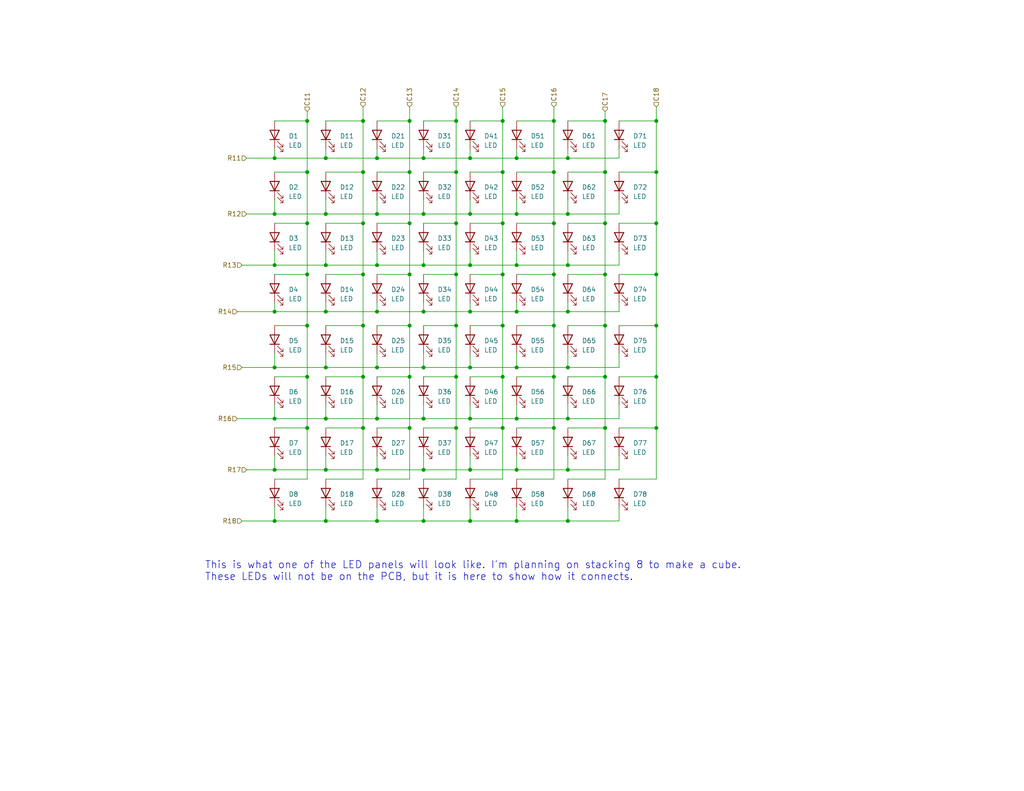
<source format=kicad_sch>
(kicad_sch (version 20211123) (generator eeschema)
  (paper "USLetter")
  (title_block (title "RGB LED Lights") (date "2024-01-11") (rev "B01") (comment 1 "Riya Gupta"))
  (lib_symbols
    (symbol "Device:LED" (pin_numbers hide) (pin_names (offset 1.016) hide)
      (property "Reference" "D" (at 0 2.54 0))
      (property "Value" "LED" (at 0 -2.54 0))
      (symbol "LED_0_1"
        (polyline (pts (xy -1.27 -1.27) (xy -1.27 1.27)) (stroke (width 0.254)))
        (polyline (pts (xy -1.27 0) (xy 1.27 0)))
        (polyline (pts (xy 1.27 -1.27) (xy 1.27 1.27) (xy -1.27 0) (xy 1.27 -1.27)) (stroke (width 0.254)))
        (polyline (pts (xy -3.048 -0.762) (xy -4.572 -2.286) (xy -3.81 -2.286) (xy -4.572 -2.286) (xy -4.572 -1.524)))
        (polyline (pts (xy -1.778 -0.762) (xy -3.302 -2.286) (xy -2.54 -2.286) (xy -3.302 -2.286) (xy -3.302 -1.524)))
      )
      (symbol "LED_1_1"
        (pin passive line (at -3.81 0 0) (length 2.54) (name "K") (number "1"))
        (pin passive line (at 3.81 0 180) (length 2.54) (name "A") (number "2"))
      )
    )
  )
  (junction (at 151.13 102.87))
  (junction (at 137.16 60.96))
  (junction (at 74.93 114.3))
  (junction (at 151.13 33.02))
  (junction (at 154.94 72.39))
  (junction (at 179.07 74.93))
  (junction (at 74.93 72.39))
  (junction (at 154.94 114.3))
  (junction (at 179.07 102.87))
  (junction (at 111.76 116.84))
  (junction (at 102.87 85.09))
  (junction (at 115.57 128.27))
  (junction (at 115.57 100.33))
  (junction (at 165.1 116.84))
  (junction (at 165.1 88.9))
  (junction (at 137.16 116.84))
  (junction (at 99.06 74.93))
  (junction (at 88.9 128.27))
  (junction (at 115.57 85.09))
  (junction (at 151.13 88.9))
  (junction (at 99.06 102.87))
  (junction (at 83.82 60.96))
  (junction (at 151.13 46.99))
  (junction (at 74.93 100.33))
  (junction (at 99.06 60.96))
  (junction (at 83.82 33.02))
  (junction (at 88.9 58.42))
  (junction (at 74.93 142.24))
  (junction (at 140.97 43.18))
  (junction (at 140.97 72.39))
  (junction (at 99.06 46.99))
  (junction (at 124.46 46.99))
  (junction (at 128.27 72.39))
  (junction (at 115.57 72.39))
  (junction (at 140.97 58.42))
  (junction (at 154.94 142.24))
  (junction (at 124.46 33.02))
  (junction (at 74.93 58.42))
  (junction (at 102.87 114.3))
  (junction (at 165.1 102.87))
  (junction (at 102.87 58.42))
  (junction (at 83.82 74.93))
  (junction (at 83.82 46.99))
  (junction (at 102.87 43.18))
  (junction (at 151.13 116.84))
  (junction (at 88.9 100.33))
  (junction (at 111.76 74.93))
  (junction (at 179.07 88.9))
  (junction (at 88.9 85.09))
  (junction (at 140.97 114.3))
  (junction (at 124.46 74.93))
  (junction (at 165.1 46.99))
  (junction (at 124.46 60.96))
  (junction (at 83.82 102.87))
  (junction (at 154.94 85.09))
  (junction (at 88.9 43.18))
  (junction (at 115.57 114.3))
  (junction (at 140.97 85.09))
  (junction (at 128.27 114.3))
  (junction (at 128.27 85.09))
  (junction (at 140.97 100.33))
  (junction (at 111.76 60.96))
  (junction (at 137.16 33.02))
  (junction (at 137.16 102.87))
  (junction (at 74.93 85.09))
  (junction (at 154.94 58.42))
  (junction (at 74.93 43.18))
  (junction (at 137.16 46.99))
  (junction (at 83.82 88.9))
  (junction (at 99.06 116.84))
  (junction (at 137.16 88.9))
  (junction (at 140.97 142.24))
  (junction (at 115.57 58.42))
  (junction (at 74.93 128.27))
  (junction (at 179.07 60.96))
  (junction (at 124.46 116.84))
  (junction (at 124.46 88.9))
  (junction (at 115.57 142.24))
  (junction (at 128.27 43.18))
  (junction (at 151.13 74.93))
  (junction (at 165.1 74.93))
  (junction (at 102.87 72.39))
  (junction (at 128.27 58.42))
  (junction (at 154.94 128.27))
  (junction (at 165.1 33.02))
  (junction (at 111.76 88.9))
  (junction (at 124.46 102.87))
  (junction (at 88.9 142.24))
  (junction (at 111.76 33.02))
  (junction (at 128.27 100.33))
  (junction (at 179.07 33.02))
  (junction (at 154.94 43.18))
  (junction (at 165.1 60.96))
  (junction (at 102.87 142.24))
  (junction (at 154.94 100.33))
  (junction (at 115.57 43.18))
  (junction (at 102.87 128.27))
  (junction (at 88.9 72.39))
  (junction (at 99.06 33.02))
  (junction (at 111.76 46.99))
  (junction (at 111.76 102.87))
  (junction (at 140.97 128.27))
  (junction (at 102.87 100.33))
  (junction (at 99.06 88.9))
  (junction (at 179.07 116.84))
  (junction (at 179.07 46.99))
  (junction (at 128.27 128.27))
  (junction (at 83.82 116.84))
  (junction (at 137.16 74.93))
  (junction (at 128.27 142.24))
  (junction (at 151.13 60.96))
  (junction (at 88.9 114.3))
  (wire (pts (xy 140.97 96.52) (xy 140.97 100.33)))
  (wire (pts (xy 74.93 96.52) (xy 74.93 100.33)))
  (wire (pts (xy 154.94 60.96) (xy 165.1 60.96)))
  (wire (pts (xy 115.57 116.84) (xy 124.46 116.84)))
  (wire (pts (xy 168.91 102.87) (xy 179.07 102.87)))
  (wire (pts (xy 74.93 43.18) (xy 88.9 43.18)))
  (wire (pts (xy 128.27 116.84) (xy 137.16 116.84)))
  (wire (pts (xy 154.94 114.3) (xy 168.91 114.3)))
  (wire (pts (xy 179.07 46.99) (xy 179.07 60.96)))
  (wire (pts (xy 154.94 58.42) (xy 168.91 58.42)))
  (wire (pts (xy 102.87 138.43) (xy 102.87 142.24)))
  (wire (pts (xy 67.31 58.42) (xy 74.93 58.42)))
  (wire (pts (xy 128.27 110.49) (xy 128.27 114.3)))
  (wire (pts (xy 88.9 43.18) (xy 102.87 43.18)))
  (wire (pts (xy 111.76 46.99) (xy 111.76 60.96)))
  (wire (pts (xy 88.9 114.3) (xy 102.87 114.3)))
  (wire (pts (xy 115.57 68.58) (xy 115.57 72.39)))
  (wire (pts (xy 140.97 88.9) (xy 151.13 88.9)))
  (wire (pts (xy 74.93 142.24) (xy 88.9 142.24)))
  (wire (pts (xy 102.87 88.9) (xy 111.76 88.9)))
  (wire (pts (xy 140.97 58.42) (xy 154.94 58.42)))
  (wire (pts (xy 168.91 74.93) (xy 179.07 74.93)))
  (wire (pts (xy 154.94 116.84) (xy 165.1 116.84)))
  (wire (pts (xy 165.1 102.87) (xy 165.1 116.84)))
  (wire (pts (xy 140.97 40.64) (xy 140.97 43.18)))
  (wire (pts (xy 140.97 114.3) (xy 154.94 114.3)))
  (wire (pts (xy 74.93 85.09) (xy 88.9 85.09)))
  (wire (pts (xy 151.13 60.96) (xy 151.13 74.93)))
  (wire (pts (xy 154.94 128.27) (xy 168.91 128.27)))
  (wire (pts (xy 124.46 46.99) (xy 124.46 60.96)))
  (wire (pts (xy 128.27 138.43) (xy 128.27 142.24)))
  (wire (pts (xy 64.77 114.3) (xy 74.93 114.3)))
  (wire (pts (xy 128.27 74.93) (xy 137.16 74.93)))
  (wire (pts (xy 102.87 33.02) (xy 111.76 33.02)))
  (wire (pts (xy 165.1 30.48) (xy 165.1 33.02)))
  (wire (pts (xy 88.9 33.02) (xy 99.06 33.02)))
  (wire (pts (xy 115.57 74.93) (xy 124.46 74.93)))
  (wire (pts (xy 137.16 33.02) (xy 137.16 46.99)))
  (wire (pts (xy 128.27 40.64) (xy 128.27 43.18)))
  (wire (pts (xy 165.1 46.99) (xy 165.1 60.96)))
  (wire (pts (xy 128.27 33.02) (xy 137.16 33.02)))
  (wire (pts (xy 115.57 88.9) (xy 124.46 88.9)))
  (wire (pts (xy 74.93 60.96) (xy 83.82 60.96)))
  (wire (pts (xy 165.1 116.84) (xy 165.1 130.81)))
  (wire (pts (xy 115.57 40.64) (xy 115.57 43.18)))
  (wire (pts (xy 66.04 100.33) (xy 74.93 100.33)))
  (wire (pts (xy 168.91 60.96) (xy 179.07 60.96)))
  (wire (pts (xy 128.27 85.09) (xy 140.97 85.09)))
  (wire (pts (xy 102.87 54.61) (xy 102.87 58.42)))
  (wire (pts (xy 99.06 74.93) (xy 99.06 88.9)))
  (wire (pts (xy 74.93 114.3) (xy 88.9 114.3)))
  (wire (pts (xy 151.13 88.9) (xy 151.13 102.87)))
  (wire (pts (xy 137.16 88.9) (xy 137.16 102.87)))
  (wire (pts (xy 102.87 142.24) (xy 115.57 142.24)))
  (wire (pts (xy 115.57 60.96) (xy 124.46 60.96)))
  (wire (pts (xy 168.91 116.84) (xy 179.07 116.84)))
  (wire (pts (xy 168.91 54.61) (xy 168.91 58.42)))
  (wire (pts (xy 74.93 74.93) (xy 83.82 74.93)))
  (wire (pts (xy 102.87 43.18) (xy 115.57 43.18)))
  (wire (pts (xy 140.97 46.99) (xy 151.13 46.99)))
  (wire (pts (xy 151.13 102.87) (xy 151.13 116.84)))
  (wire (pts (xy 74.93 138.43) (xy 74.93 142.24)))
  (wire (pts (xy 165.1 88.9) (xy 165.1 102.87)))
  (wire (pts (xy 154.94 110.49) (xy 154.94 114.3)))
  (wire (pts (xy 128.27 68.58) (xy 128.27 72.39)))
  (wire (pts (xy 168.91 46.99) (xy 179.07 46.99)))
  (wire (pts (xy 140.97 128.27) (xy 154.94 128.27)))
  (wire (pts (xy 74.93 46.99) (xy 83.82 46.99)))
  (wire (pts (xy 179.07 29.21) (xy 179.07 33.02)))
  (wire (pts (xy 154.94 74.93) (xy 165.1 74.93)))
  (wire (pts (xy 137.16 116.84) (xy 137.16 130.81)))
  (wire (pts (xy 168.91 82.55) (xy 168.91 85.09)))
  (wire (pts (xy 115.57 114.3) (xy 128.27 114.3)))
  (wire (pts (xy 102.87 114.3) (xy 115.57 114.3)))
  (wire (pts (xy 102.87 116.84) (xy 111.76 116.84)))
  (wire (pts (xy 74.93 72.39) (xy 88.9 72.39)))
  (wire (pts (xy 154.94 82.55) (xy 154.94 85.09)))
  (wire (pts (xy 99.06 102.87) (xy 99.06 116.84)))
  (wire (pts (xy 74.93 116.84) (xy 83.82 116.84)))
  (wire (pts (xy 128.27 82.55) (xy 128.27 85.09)))
  (wire (pts (xy 168.91 138.43) (xy 168.91 142.24)))
  (wire (pts (xy 111.76 88.9) (xy 111.76 102.87)))
  (wire (pts (xy 88.9 54.61) (xy 88.9 58.42)))
  (wire (pts (xy 140.97 116.84) (xy 151.13 116.84)))
  (wire (pts (xy 168.91 96.52) (xy 168.91 100.33)))
  (wire (pts (xy 140.97 100.33) (xy 154.94 100.33)))
  (wire (pts (xy 151.13 46.99) (xy 151.13 60.96)))
  (wire (pts (xy 88.9 58.42) (xy 102.87 58.42)))
  (wire (pts (xy 115.57 110.49) (xy 115.57 114.3)))
  (wire (pts (xy 102.87 100.33) (xy 115.57 100.33)))
  (wire (pts (xy 115.57 82.55) (xy 115.57 85.09)))
  (wire (pts (xy 128.27 58.42) (xy 140.97 58.42)))
  (wire (pts (xy 102.87 72.39) (xy 115.57 72.39)))
  (wire (pts (xy 128.27 128.27) (xy 140.97 128.27)))
  (wire (pts (xy 88.9 68.58) (xy 88.9 72.39)))
  (wire (pts (xy 88.9 40.64) (xy 88.9 43.18)))
  (wire (pts (xy 115.57 138.43) (xy 115.57 142.24)))
  (wire (pts (xy 140.97 60.96) (xy 151.13 60.96)))
  (wire (pts (xy 168.91 110.49) (xy 168.91 114.3)))
  (wire (pts (xy 66.04 142.24) (xy 74.93 142.24)))
  (wire (pts (xy 66.04 72.39) (xy 74.93 72.39)))
  (wire (pts (xy 88.9 82.55) (xy 88.9 85.09)))
  (wire (pts (xy 140.97 43.18) (xy 154.94 43.18)))
  (wire (pts (xy 74.93 68.58) (xy 74.93 72.39)))
  (wire (pts (xy 137.16 74.93) (xy 137.16 88.9)))
  (wire (pts (xy 154.94 130.81) (xy 165.1 130.81)))
  (wire (pts (xy 140.97 102.87) (xy 151.13 102.87)))
  (wire (pts (xy 74.93 54.61) (xy 74.93 58.42)))
  (wire (pts (xy 99.06 46.99) (xy 99.06 60.96)))
  (wire (pts (xy 154.94 138.43) (xy 154.94 142.24)))
  (wire (pts (xy 128.27 124.46) (xy 128.27 128.27)))
  (wire (pts (xy 67.31 128.27) (xy 74.93 128.27)))
  (wire (pts (xy 128.27 72.39) (xy 140.97 72.39)))
  (wire (pts (xy 128.27 88.9) (xy 137.16 88.9)))
  (wire (pts (xy 128.27 96.52) (xy 128.27 100.33)))
  (wire (pts (xy 83.82 33.02) (xy 83.82 46.99)))
  (wire (pts (xy 179.07 74.93) (xy 179.07 88.9)))
  (wire (pts (xy 115.57 128.27) (xy 128.27 128.27)))
  (wire (pts (xy 115.57 130.81) (xy 124.46 130.81)))
  (wire (pts (xy 128.27 46.99) (xy 137.16 46.99)))
  (wire (pts (xy 165.1 60.96) (xy 165.1 74.93)))
  (wire (pts (xy 102.87 74.93) (xy 111.76 74.93)))
  (wire (pts (xy 124.46 60.96) (xy 124.46 74.93)))
  (wire (pts (xy 111.76 74.93) (xy 111.76 88.9)))
  (wire (pts (xy 102.87 68.58) (xy 102.87 72.39)))
  (wire (pts (xy 128.27 102.87) (xy 137.16 102.87)))
  (wire (pts (xy 165.1 74.93) (xy 165.1 88.9)))
  (wire (pts (xy 83.82 46.99) (xy 83.82 60.96)))
  (wire (pts (xy 102.87 130.81) (xy 111.76 130.81)))
  (wire (pts (xy 137.16 60.96) (xy 137.16 74.93)))
  (wire (pts (xy 111.76 102.87) (xy 111.76 116.84)))
  (wire (pts (xy 151.13 116.84) (xy 151.13 130.81)))
  (wire (pts (xy 140.97 130.81) (xy 151.13 130.81)))
  (wire (pts (xy 115.57 33.02) (xy 124.46 33.02)))
  (wire (pts (xy 115.57 142.24) (xy 128.27 142.24)))
  (wire (pts (xy 128.27 54.61) (xy 128.27 58.42)))
  (wire (pts (xy 74.93 88.9) (xy 83.82 88.9)))
  (wire (pts (xy 88.9 102.87) (xy 99.06 102.87)))
  (wire (pts (xy 74.93 100.33) (xy 88.9 100.33)))
  (wire (pts (xy 111.76 116.84) (xy 111.76 130.81)))
  (wire (pts (xy 102.87 110.49) (xy 102.87 114.3)))
  (wire (pts (xy 88.9 138.43) (xy 88.9 142.24)))
  (wire (pts (xy 168.91 88.9) (xy 179.07 88.9)))
  (wire (pts (xy 88.9 85.09) (xy 102.87 85.09)))
  (wire (pts (xy 115.57 96.52) (xy 115.57 100.33)))
  (wire (pts (xy 154.94 100.33) (xy 168.91 100.33)))
  (wire (pts (xy 124.46 116.84) (xy 124.46 130.81)))
  (wire (pts (xy 88.9 60.96) (xy 99.06 60.96)))
  (wire (pts (xy 83.82 30.48) (xy 83.82 33.02)))
  (wire (pts (xy 124.46 88.9) (xy 124.46 102.87)))
  (wire (pts (xy 151.13 33.02) (xy 151.13 46.99)))
  (wire (pts (xy 88.9 96.52) (xy 88.9 100.33)))
  (wire (pts (xy 88.9 128.27) (xy 102.87 128.27)))
  (wire (pts (xy 154.94 124.46) (xy 154.94 128.27)))
  (wire (pts (xy 154.94 68.58) (xy 154.94 72.39)))
  (wire (pts (xy 154.94 85.09) (xy 168.91 85.09)))
  (wire (pts (xy 115.57 58.42) (xy 128.27 58.42)))
  (wire (pts (xy 102.87 40.64) (xy 102.87 43.18)))
  (wire (pts (xy 140.97 142.24) (xy 154.94 142.24)))
  (wire (pts (xy 88.9 130.81) (xy 99.06 130.81)))
  (wire (pts (xy 102.87 124.46) (xy 102.87 128.27)))
  (wire (pts (xy 83.82 116.84) (xy 83.82 130.81)))
  (wire (pts (xy 128.27 142.24) (xy 140.97 142.24)))
  (wire (pts (xy 115.57 43.18) (xy 128.27 43.18)))
  (wire (pts (xy 154.94 72.39) (xy 168.91 72.39)))
  (wire (pts (xy 102.87 85.09) (xy 115.57 85.09)))
  (wire (pts (xy 140.97 54.61) (xy 140.97 58.42)))
  (wire (pts (xy 99.06 116.84) (xy 99.06 130.81)))
  (wire (pts (xy 128.27 130.81) (xy 137.16 130.81)))
  (wire (pts (xy 88.9 110.49) (xy 88.9 114.3)))
  (wire (pts (xy 154.94 43.18) (xy 168.91 43.18)))
  (wire (pts (xy 102.87 82.55) (xy 102.87 85.09)))
  (wire (pts (xy 168.91 130.81) (xy 179.07 130.81)))
  (wire (pts (xy 124.46 74.93) (xy 124.46 88.9)))
  (wire (pts (xy 102.87 46.99) (xy 111.76 46.99)))
  (wire (pts (xy 83.82 60.96) (xy 83.82 74.93)))
  (wire (pts (xy 154.94 54.61) (xy 154.94 58.42)))
  (wire (pts (xy 179.07 33.02) (xy 179.07 46.99)))
  (wire (pts (xy 179.07 116.84) (xy 179.07 130.81)))
  (wire (pts (xy 137.16 46.99) (xy 137.16 60.96)))
  (wire (pts (xy 115.57 72.39) (xy 128.27 72.39)))
  (wire (pts (xy 74.93 102.87) (xy 83.82 102.87)))
  (wire (pts (xy 137.16 102.87) (xy 137.16 116.84)))
  (wire (pts (xy 128.27 100.33) (xy 140.97 100.33)))
  (wire (pts (xy 168.91 68.58) (xy 168.91 72.39)))
  (wire (pts (xy 165.1 33.02) (xy 165.1 46.99)))
  (wire (pts (xy 88.9 74.93) (xy 99.06 74.93)))
  (wire (pts (xy 168.91 124.46) (xy 168.91 128.27)))
  (wire (pts (xy 151.13 29.21) (xy 151.13 33.02)))
  (wire (pts (xy 137.16 29.21) (xy 137.16 33.02)))
  (wire (pts (xy 124.46 33.02) (xy 124.46 46.99)))
  (wire (pts (xy 64.77 85.09) (xy 74.93 85.09)))
  (wire (pts (xy 88.9 100.33) (xy 102.87 100.33)))
  (wire (pts (xy 111.76 29.21) (xy 111.76 33.02)))
  (wire (pts (xy 154.94 88.9) (xy 165.1 88.9)))
  (wire (pts (xy 140.97 124.46) (xy 140.97 128.27)))
  (wire (pts (xy 88.9 72.39) (xy 102.87 72.39)))
  (wire (pts (xy 154.94 33.02) (xy 165.1 33.02)))
  (wire (pts (xy 99.06 29.21) (xy 99.06 33.02)))
  (wire (pts (xy 179.07 102.87) (xy 179.07 116.84)))
  (wire (pts (xy 74.93 110.49) (xy 74.93 114.3)))
  (wire (pts (xy 83.82 74.93) (xy 83.82 88.9)))
  (wire (pts (xy 88.9 46.99) (xy 99.06 46.99)))
  (wire (pts (xy 88.9 142.24) (xy 102.87 142.24)))
  (wire (pts (xy 128.27 114.3) (xy 140.97 114.3)))
  (wire (pts (xy 154.94 102.87) (xy 165.1 102.87)))
  (wire (pts (xy 74.93 33.02) (xy 83.82 33.02)))
  (wire (pts (xy 124.46 102.87) (xy 124.46 116.84)))
  (wire (pts (xy 115.57 124.46) (xy 115.57 128.27)))
  (wire (pts (xy 140.97 85.09) (xy 154.94 85.09)))
  (wire (pts (xy 74.93 130.81) (xy 83.82 130.81)))
  (wire (pts (xy 83.82 102.87) (xy 83.82 116.84)))
  (wire (pts (xy 74.93 58.42) (xy 88.9 58.42)))
  (wire (pts (xy 168.91 33.02) (xy 179.07 33.02)))
  (wire (pts (xy 88.9 88.9) (xy 99.06 88.9)))
  (wire (pts (xy 74.93 40.64) (xy 74.93 43.18)))
  (wire (pts (xy 168.91 40.64) (xy 168.91 43.18)))
  (wire (pts (xy 115.57 46.99) (xy 124.46 46.99)))
  (wire (pts (xy 74.93 124.46) (xy 74.93 128.27)))
  (wire (pts (xy 74.93 128.27) (xy 88.9 128.27)))
  (wire (pts (xy 67.31 43.18) (xy 74.93 43.18)))
  (wire (pts (xy 140.97 138.43) (xy 140.97 142.24)))
  (wire (pts (xy 140.97 68.58) (xy 140.97 72.39)))
  (wire (pts (xy 102.87 58.42) (xy 115.57 58.42)))
  (wire (pts (xy 151.13 74.93) (xy 151.13 88.9)))
  (wire (pts (xy 74.93 82.55) (xy 74.93 85.09)))
  (wire (pts (xy 102.87 60.96) (xy 111.76 60.96)))
  (wire (pts (xy 102.87 128.27) (xy 115.57 128.27)))
  (wire (pts (xy 128.27 43.18) (xy 140.97 43.18)))
  (wire (pts (xy 111.76 33.02) (xy 111.76 46.99)))
  (wire (pts (xy 140.97 33.02) (xy 151.13 33.02)))
  (wire (pts (xy 154.94 40.64) (xy 154.94 43.18)))
  (wire (pts (xy 115.57 54.61) (xy 115.57 58.42)))
  (wire (pts (xy 124.46 29.21) (xy 124.46 33.02)))
  (wire (pts (xy 154.94 96.52) (xy 154.94 100.33)))
  (wire (pts (xy 140.97 110.49) (xy 140.97 114.3)))
  (wire (pts (xy 154.94 46.99) (xy 165.1 46.99)))
  (wire (pts (xy 179.07 60.96) (xy 179.07 74.93)))
  (wire (pts (xy 128.27 60.96) (xy 137.16 60.96)))
  (wire (pts (xy 99.06 60.96) (xy 99.06 74.93)))
  (wire (pts (xy 140.97 74.93) (xy 151.13 74.93)))
  (wire (pts (xy 140.97 72.39) (xy 154.94 72.39)))
  (wire (pts (xy 154.94 142.24) (xy 168.91 142.24)))
  (wire (pts (xy 99.06 33.02) (xy 99.06 46.99)))
  (wire (pts (xy 88.9 116.84) (xy 99.06 116.84)))
  (wire (pts (xy 140.97 82.55) (xy 140.97 85.09)))
  (wire (pts (xy 88.9 124.46) (xy 88.9 128.27)))
  (wire (pts (xy 99.06 88.9) (xy 99.06 102.87)))
  (wire (pts (xy 115.57 102.87) (xy 124.46 102.87)))
  (wire (pts (xy 102.87 102.87) (xy 111.76 102.87)))
  (wire (pts (xy 115.57 85.09) (xy 128.27 85.09)))
  (wire (pts (xy 115.57 100.33) (xy 128.27 100.33)))
  (wire (pts (xy 111.76 60.96) (xy 111.76 74.93)))
  (wire (pts (xy 179.07 88.9) (xy 179.07 102.87)))
  (wire (pts (xy 83.82 88.9) (xy 83.82 102.87)))
  (wire (pts (xy 102.87 96.52) (xy 102.87 100.33)))
  (text "This is what one of the LED panels will look like. I'm planning on stacking 8 to make a cube. \nThese LEDs will not be on the PCB, but it is here to show how it connects. " (at 55.88 158.75 0) (effects (font (size 2 2)) (justify left bottom)))
  (hierarchical_label "C14" (shape input) (at 124.46 29.21 90))
  (hierarchical_label "C11" (shape input) (at 83.82 30.48 90))
  (hierarchical_label "R12" (shape input) (at 67.31 58.42 180))
  (hierarchical_label "C16" (shape input) (at 151.13 29.21 90))
  (hierarchical_label "C13" (shape input) (at 111.76 29.21 90))
  (hierarchical_label "R18" (shape input) (at 66.04 142.24 180))
  (hierarchical_label "R14" (shape input) (at 64.77 85.09 180))
  (hierarchical_label "R15" (shape input) (at 66.04 100.33 180))
  (hierarchical_label "C12" (shape input) (at 99.06 29.21 90))
  (hierarchical_label "C18" (shape input) (at 179.07 29.21 90))
  (hierarchical_label "R16" (shape input) (at 64.77 114.3 180))
  (hierarchical_label "R11" (shape input) (at 67.31 43.18 180))
  (hierarchical_label "C17" (shape input) (at 165.1 30.48 90))
  (hierarchical_label "R13" (shape input) (at 66.04 72.39 180))
  (hierarchical_label "R17" (shape input) (at 67.31 128.27 180))
  (hierarchical_label "C15" (shape input) (at 137.16 29.21 90))
  (symbol (lib_id "Device:LED") (at 74.93 50.8 90) (unit 1) (on_board no)
    (property "Reference" "D2" (at 78.74 51.1174 90) (effects (justify right)))
    (property "Value" "LED" (at 78.74 53.6574 90) (effects (justify right)))
    (property "Footprint" "LED_SMD:LED_0201_0603Metric" (effects hide))
  )
  (symbol (lib_id "Device:LED") (at 102.87 120.65 90) (unit 1) (on_board no)
    (property "Reference" "D27" (at 106.68 120.9674 90) (effects (justify right)))
    (property "Value" "LED" (at 106.68 123.5074 90) (effects (justify right)))
  )
  (symbol (lib_id "Device:LED") (at 140.97 120.65 90) (unit 1) (on_board no)
    (property "Reference" "D57" (at 144.78 120.9674 90) (effects (justify right)))
    (property "Value" "LED" (at 144.78 123.5074 90) (effects (justify right)))
  )
  (symbol (lib_id "Device:LED") (at 102.87 36.83 90) (unit 1) (on_board no)
    (property "Reference" "D21" (at 106.68 37.1474 90) (effects (justify right)))
    (property "Value" "LED" (at 106.68 39.6874 90) (effects (justify right)))
  )
  (symbol (lib_id "Device:LED") (at 128.27 120.65 90) (unit 1) (on_board no)
    (property "Reference" "D47" (at 132.08 120.9674 90) (effects (justify right)))
    (property "Value" "LED" (at 132.08 123.5074 90) (effects (justify right)))
  )
  (symbol (lib_id "Device:LED") (at 88.9 50.8 90) (unit 1) (on_board no)
    (property "Reference" "D12" (at 92.71 51.1174 90) (effects (justify right)))
    (property "Value" "LED" (at 92.71 53.6574 90) (effects (justify right)))
    (property "Footprint" "LED_SMD:LED_0201_0603Metric" (effects hide))
  )
  (symbol (lib_id "Device:LED") (at 88.9 92.71 90) (unit 1) (on_board no)
    (property "Reference" "D15" (at 92.71 93.0274 90) (effects (justify right)))
    (property "Value" "LED" (at 92.71 95.5674 90) (effects (justify right)))
    (property "Footprint" "LED_SMD:LED_0201_0603Metric" (effects hide))
  )
  (symbol (lib_id "Device:LED") (at 128.27 36.83 90) (unit 1) (on_board no)
    (property "Reference" "D41" (at 132.08 37.1474 90) (effects (justify right)))
    (property "Value" "LED" (at 132.08 39.6874 90) (effects (justify right)))
  )
  (symbol (lib_id "Device:LED") (at 168.91 134.62 90) (unit 1) (on_board no)
    (property "Reference" "D78" (at 172.72 134.9374 90) (effects (justify right)))
    (property "Value" "LED" (at 172.72 137.4774 90) (effects (justify right)))
  )
  (symbol (lib_id "Device:LED") (at 154.94 50.8 90) (unit 1) (on_board no)
    (property "Reference" "D62" (at 158.75 51.1174 90) (effects (justify right)))
    (property "Value" "LED" (at 158.75 53.6574 90) (effects (justify right)))
  )
  (symbol (lib_id "Device:LED") (at 154.94 78.74 90) (unit 1) (on_board no)
    (property "Reference" "D64" (at 158.75 79.0574 90) (effects (justify right)))
    (property "Value" "LED" (at 158.75 81.5974 90) (effects (justify right)))
  )
  (symbol (lib_id "Device:LED") (at 74.93 106.68 90) (unit 1) (on_board no)
    (property "Reference" "D6" (at 78.74 106.9974 90) (effects (justify right)))
    (property "Value" "LED" (at 78.74 109.5374 90) (effects (justify right)))
    (property "Footprint" "LED_SMD:LED_0201_0603Metric" (effects hide))
  )
  (symbol (lib_id "Device:LED") (at 168.91 120.65 90) (unit 1) (on_board no)
    (property "Reference" "D77" (at 172.72 120.9674 90) (effects (justify right)))
    (property "Value" "LED" (at 172.72 123.5074 90) (effects (justify right)))
  )
  (symbol (lib_id "Device:LED") (at 115.57 64.77 90) (unit 1) (on_board no)
    (property "Reference" "D33" (at 119.38 65.0874 90) (effects (justify right)))
    (property "Value" "LED" (at 119.38 67.6274 90) (effects (justify right)))
  )
  (symbol (lib_id "Device:LED") (at 102.87 134.62 90) (unit 1) (on_board no)
    (property "Reference" "D28" (at 106.68 134.9374 90) (effects (justify right)))
    (property "Value" "LED" (at 106.68 137.4774 90) (effects (justify right)))
  )
  (symbol (lib_id "Device:LED") (at 88.9 120.65 90) (unit 1) (on_board no)
    (property "Reference" "D17" (at 92.71 120.9674 90) (effects (justify right)))
    (property "Value" "LED" (at 92.71 123.5074 90) (effects (justify right)))
  )
  (symbol (lib_id "Device:LED") (at 102.87 106.68 90) (unit 1) (on_board no)
    (property "Reference" "D26" (at 106.68 106.9974 90) (effects (justify right)))
    (property "Value" "LED" (at 106.68 109.5374 90) (effects (justify right)))
  )
  (symbol (lib_id "Device:LED") (at 115.57 50.8 90) (unit 1) (on_board no)
    (property "Reference" "D32" (at 119.38 51.1174 90) (effects (justify right)))
    (property "Value" "LED" (at 119.38 53.6574 90) (effects (justify right)))
  )
  (symbol (lib_id "Device:LED") (at 115.57 134.62 90) (unit 1) (on_board no)
    (property "Reference" "D38" (at 119.38 134.9374 90) (effects (justify right)))
    (property "Value" "LED" (at 119.38 137.4774 90) (effects (justify right)))
  )
  (symbol (lib_id "Device:LED") (at 115.57 106.68 90) (unit 1) (on_board no)
    (property "Reference" "D36" (at 119.38 106.9974 90) (effects (justify right)))
    (property "Value" "LED" (at 119.38 109.5374 90) (effects (justify right)))
  )
  (symbol (lib_id "Device:LED") (at 168.91 106.68 90) (unit 1) (on_board no)
    (property "Reference" "D76" (at 172.72 106.9974 90) (effects (justify right)))
    (property "Value" "LED" (at 172.72 109.5374 90) (effects (justify right)))
  )
  (symbol (lib_id "Device:LED") (at 115.57 120.65 90) (unit 1) (on_board no)
    (property "Reference" "D37" (at 119.38 120.9674 90) (effects (justify right)))
    (property "Value" "LED" (at 119.38 123.5074 90) (effects (justify right)))
  )
  (symbol (lib_id "Device:LED") (at 140.97 36.83 90) (unit 1) (on_board no)
    (property "Reference" "D51" (at 144.78 37.1474 90) (effects (justify right)))
    (property "Value" "LED" (at 144.78 39.6874 90) (effects (justify right)))
  )
  (symbol (lib_id "Device:LED") (at 140.97 78.74 90) (unit 1) (on_board no)
    (property "Reference" "D54" (at 144.78 79.0574 90) (effects (justify right)))
    (property "Value" "LED" (at 144.78 81.5974 90) (effects (justify right)))
  )
  (symbol (lib_id "Device:LED") (at 102.87 92.71 90) (unit 1) (on_board no)
    (property "Reference" "D25" (at 106.68 93.0274 90) (effects (justify right)))
    (property "Value" "LED" (at 106.68 95.5674 90) (effects (justify right)))
  )
  (symbol (lib_id "Device:LED") (at 128.27 134.62 90) (unit 1) (on_board no)
    (property "Reference" "D48" (at 132.08 134.9374 90) (effects (justify right)))
    (property "Value" "LED" (at 132.08 137.4774 90) (effects (justify right)))
  )
  (symbol (lib_id "Device:LED") (at 88.9 64.77 90) (unit 1) (on_board no)
    (property "Reference" "D13" (at 92.71 65.0874 90) (effects (justify right)))
    (property "Value" "LED" (at 92.71 67.6274 90) (effects (justify right)))
    (property "Footprint" "LED_SMD:LED_0201_0603Metric" (effects hide))
  )
  (symbol (lib_id "Device:LED") (at 102.87 50.8 90) (unit 1) (on_board no)
    (property "Reference" "D22" (at 106.68 51.1174 90) (effects (justify right)))
    (property "Value" "LED" (at 106.68 53.6574 90) (effects (justify right)))
  )
  (symbol (lib_id "Device:LED") (at 140.97 106.68 90) (unit 1) (on_board no)
    (property "Reference" "D56" (at 144.78 106.9974 90) (effects (justify right)))
    (property "Value" "LED" (at 144.78 109.5374 90) (effects (justify right)))
  )
  (symbol (lib_id "Device:LED") (at 88.9 36.83 90) (unit 1) (on_board no)
    (property "Reference" "D11" (at 92.71 37.1474 90) (effects (justify right)))
    (property "Value" "LED" (at 92.71 39.6874 90) (effects (justify right)))
    (property "Footprint" "LED_SMD:LED_0201_0603Metric" (effects hide))
  )
  (symbol (lib_id "Device:LED") (at 154.94 120.65 90) (unit 1) (on_board no)
    (property "Reference" "D67" (at 158.75 120.9674 90) (effects (justify right)))
    (property "Value" "LED" (at 158.75 123.5074 90) (effects (justify right)))
  )
  (symbol (lib_id "Device:LED") (at 154.94 64.77 90) (unit 1) (on_board no)
    (property "Reference" "D63" (at 158.75 65.0874 90) (effects (justify right)))
    (property "Value" "LED" (at 158.75 67.6274 90) (effects (justify right)))
  )
  (symbol (lib_id "Device:LED") (at 168.91 50.8 90) (unit 1) (on_board no)
    (property "Reference" "D72" (at 172.72 51.1174 90) (effects (justify right)))
    (property "Value" "LED" (at 172.72 53.6574 90) (effects (justify right)))
  )
  (symbol (lib_id "Device:LED") (at 140.97 50.8 90) (unit 1) (on_board no)
    (property "Reference" "D52" (at 144.78 51.1174 90) (effects (justify right)))
    (property "Value" "LED" (at 144.78 53.6574 90) (effects (justify right)))
  )
  (symbol (lib_id "Device:LED") (at 74.93 36.83 90) (unit 1) (on_board no)
    (property "Reference" "D1" (at 78.74 37.1474 90) (effects (justify right)))
    (property "Value" "LED" (at 78.74 39.6874 90) (effects (justify right)))
    (property "Footprint" "LED_SMD:LED_0201_0603Metric" (effects hide))
  )
  (symbol (lib_id "Device:LED") (at 140.97 92.71 90) (unit 1) (on_board no)
    (property "Reference" "D55" (at 144.78 93.0274 90) (effects (justify right)))
    (property "Value" "LED" (at 144.78 95.5674 90) (effects (justify right)))
  )
  (symbol (lib_id "Device:LED") (at 128.27 106.68 90) (unit 1) (on_board no)
    (property "Reference" "D46" (at 132.08 106.9974 90) (effects (justify right)))
    (property "Value" "LED" (at 132.08 109.5374 90) (effects (justify right)))
  )
  (symbol (lib_id "Device:LED") (at 102.87 78.74 90) (unit 1) (on_board no)
    (property "Reference" "D24" (at 106.68 79.0574 90) (effects (justify right)))
    (property "Value" "LED" (at 106.68 81.5974 90) (effects (justify right)))
  )
  (symbol (lib_id "Device:LED") (at 128.27 78.74 90) (unit 1) (on_board no)
    (property "Reference" "D44" (at 132.08 79.0574 90) (effects (justify right)))
    (property "Value" "LED" (at 132.08 81.5974 90) (effects (justify right)))
  )
  (symbol (lib_id "Device:LED") (at 88.9 78.74 90) (unit 1) (on_board no)
    (property "Reference" "D14" (at 92.71 79.0574 90) (effects (justify right)))
    (property "Value" "LED" (at 92.71 81.5974 90) (effects (justify right)))
    (property "Footprint" "LED_SMD:LED_0201_0603Metric" (effects hide))
  )
  (symbol (lib_id "Device:LED") (at 154.94 134.62 90) (unit 1) (on_board no)
    (property "Reference" "D68" (at 158.75 134.9374 90) (effects (justify right)))
    (property "Value" "LED" (at 158.75 137.4774 90) (effects (justify right)))
  )
  (symbol (lib_id "Device:LED") (at 74.93 78.74 90) (unit 1) (on_board no)
    (property "Reference" "D4" (at 78.74 79.0574 90) (effects (justify right)))
    (property "Value" "LED" (at 78.74 81.5974 90) (effects (justify right)))
    (property "Footprint" "LED_SMD:LED_0201_0603Metric" (effects hide))
  )
  (symbol (lib_id "Device:LED") (at 168.91 92.71 90) (unit 1) (on_board no)
    (property "Reference" "D75" (at 172.72 93.0274 90) (effects (justify right)))
    (property "Value" "LED" (at 172.72 95.5674 90) (effects (justify right)))
  )
  (symbol (lib_id "Device:LED") (at 140.97 64.77 90) (unit 1) (on_board no)
    (property "Reference" "D53" (at 144.78 65.0874 90) (effects (justify right)))
    (property "Value" "LED" (at 144.78 67.6274 90) (effects (justify right)))
  )
  (symbol (lib_id "Device:LED") (at 115.57 92.71 90) (unit 1) (on_board no)
    (property "Reference" "D35" (at 119.38 93.0274 90) (effects (justify right)))
    (property "Value" "LED" (at 119.38 95.5674 90) (effects (justify right)))
  )
  (symbol (lib_id "Device:LED") (at 115.57 36.83 90) (unit 1) (on_board no)
    (property "Reference" "D31" (at 119.38 37.1474 90) (effects (justify right)))
    (property "Value" "LED" (at 119.38 39.6874 90) (effects (justify right)))
  )
  (symbol (lib_id "Device:LED") (at 154.94 106.68 90) (unit 1) (on_board no)
    (property "Reference" "D66" (at 158.75 106.9974 90) (effects (justify right)))
    (property "Value" "LED" (at 158.75 109.5374 90) (effects (justify right)))
  )
  (symbol (lib_id "Device:LED") (at 128.27 64.77 90) (unit 1) (on_board no)
    (property "Reference" "D43" (at 132.08 65.0874 90) (effects (justify right)))
    (property "Value" "LED" (at 132.08 67.6274 90) (effects (justify right)))
  )
  (symbol (lib_id "Device:LED") (at 88.9 134.62 90) (unit 1) (on_board no)
    (property "Reference" "D18" (at 92.71 134.9374 90) (effects (justify right)))
    (property "Value" "LED" (at 92.71 137.4774 90) (effects (justify right)))
  )
  (symbol (lib_id "Device:LED") (at 154.94 92.71 90) (unit 1) (on_board no)
    (property "Reference" "D65" (at 158.75 93.0274 90) (effects (justify right)))
    (property "Value" "LED" (at 158.75 95.5674 90) (effects (justify right)))
  )
  (symbol (lib_id "Device:LED") (at 140.97 134.62 90) (unit 1) (on_board no)
    (property "Reference" "D58" (at 144.78 134.9374 90) (effects (justify right)))
    (property "Value" "LED" (at 144.78 137.4774 90) (effects (justify right)))
  )
  (symbol (lib_id "Device:LED") (at 102.87 64.77 90) (unit 1) (on_board no)
    (property "Reference" "D23" (at 106.68 65.0874 90) (effects (justify right)))
    (property "Value" "LED" (at 106.68 67.6274 90) (effects (justify right)))
  )
  (symbol (lib_id "Device:LED") (at 74.93 92.71 90) (unit 1) (on_board no)
    (property "Reference" "D5" (at 78.74 93.0274 90) (effects (justify right)))
    (property "Value" "LED" (at 78.74 95.5674 90) (effects (justify right)))
    (property "Footprint" "LED_SMD:LED_0201_0603Metric" (effects hide))
  )
  (symbol (lib_id "Device:LED") (at 168.91 78.74 90) (unit 1) (on_board no)
    (property "Reference" "D74" (at 172.72 79.0574 90) (effects (justify right)))
    (property "Value" "LED" (at 172.72 81.5974 90) (effects (justify right)))
  )
  (symbol (lib_id "Device:LED") (at 88.9 106.68 90) (unit 1) (on_board no)
    (property "Reference" "D16" (at 92.71 106.9974 90) (effects (justify right)))
    (property "Value" "LED" (at 92.71 109.5374 90) (effects (justify right)))
  )
  (symbol (lib_id "Device:LED") (at 115.57 78.74 90) (unit 1) (on_board no)
    (property "Reference" "D34" (at 119.38 79.0574 90) (effects (justify right)))
    (property "Value" "LED" (at 119.38 81.5974 90) (effects (justify right)))
  )
  (symbol (lib_id "Device:LED") (at 74.93 120.65 90) (unit 1) (on_board no)
    (property "Reference" "D7" (at 78.74 120.9674 90) (effects (justify right)))
    (property "Value" "LED" (at 78.74 123.5074 90) (effects (justify right)))
    (property "Footprint" "LED_SMD:LED_0201_0603Metric" (effects hide))
  )
  (symbol (lib_id "Device:LED") (at 128.27 92.71 90) (unit 1) (on_board no)
    (property "Reference" "D45" (at 132.08 93.0274 90) (effects (justify right)))
    (property "Value" "LED" (at 132.08 95.5674 90) (effects (justify right)))
  )
  (symbol (lib_id "Device:LED") (at 74.93 134.62 90) (unit 1) (on_board no)
    (property "Reference" "D8" (at 78.74 134.9374 90) (effects (justify right)))
    (property "Value" "LED" (at 78.74 137.4774 90) (effects (justify right)))
    (property "Footprint" "LED_SMD:LED_0201_0603Metric" (effects hide))
  )
  (symbol (lib_id "Device:LED") (at 128.27 50.8 90) (unit 1) (on_board no)
    (property "Reference" "D42" (at 132.08 51.1174 90) (effects (justify right)))
    (property "Value" "LED" (at 132.08 53.6574 90) (effects (justify right)))
  )
  (symbol (lib_id "Device:LED") (at 168.91 36.83 90) (unit 1) (on_board no)
    (property "Reference" "D71" (at 172.72 37.1474 90) (effects (justify right)))
    (property "Value" "LED" (at 172.72 39.6874 90) (effects (justify right)))
  )
  (symbol (lib_id "Device:LED") (at 168.91 64.77 90) (unit 1) (on_board no)
    (property "Reference" "D73" (at 172.72 65.0874 90) (effects (justify right)))
    (property "Value" "LED" (at 172.72 67.6274 90) (effects (justify right)))
  )
  (symbol (lib_id "Device:LED") (at 74.93 64.77 90) (unit 1) (on_board no)
    (property "Reference" "D3" (at 78.74 65.0874 90) (effects (justify right)))
    (property "Value" "LED" (at 78.74 67.6274 90) (effects (justify right)))
    (property "Footprint" "LED_SMD:LED_0201_0603Metric" (effects hide))
  )
  (symbol (lib_id "Device:LED") (at 154.94 36.83 90) (unit 1) (on_board no)
    (property "Reference" "D61" (at 158.75 37.1474 90) (effects (justify right)))
    (property "Value" "LED" (at 158.75 39.6874 90) (effects (justify right)))
  )
)
</source>
